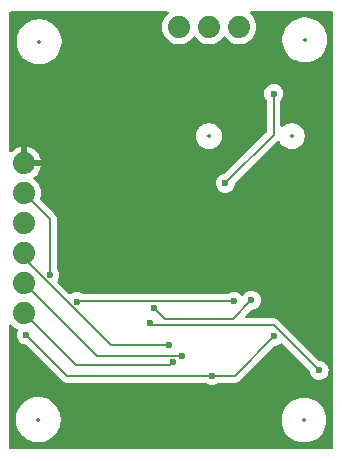
<source format=gbl>
%TF.GenerationSoftware,KiCad,Pcbnew,8.0.8*%
%TF.CreationDate,2025-02-23T18:34:37+05:30*%
%TF.ProjectId,my-template,6d792d74-656d-4706-9c61-74652e6b6963,rev?*%
%TF.SameCoordinates,Original*%
%TF.FileFunction,Copper,L2,Bot*%
%TF.FilePolarity,Positive*%
%FSLAX46Y46*%
G04 Gerber Fmt 4.6, Leading zero omitted, Abs format (unit mm)*
G04 Created by KiCad (PCBNEW 8.0.8) date 2025-02-23 18:34:37*
%MOMM*%
%LPD*%
G01*
G04 APERTURE LIST*
%TA.AperFunction,ComponentPad*%
%ADD10C,1.879600*%
%TD*%
%TA.AperFunction,ViaPad*%
%ADD11C,0.600000*%
%TD*%
%TA.AperFunction,Conductor*%
%ADD12C,0.150000*%
%TD*%
%ADD13C,0.350000*%
G04 APERTURE END LIST*
D10*
%TO.P,J3,1,Pin_1*%
%TO.N,GND*%
X131765100Y-89215000D03*
%TO.P,J3,2,Pin_2*%
%TO.N,+3V3*%
X131765100Y-91755000D03*
%TO.P,J3,3,Pin_3*%
%TO.N,/SIGNAL_OUT*%
X131765100Y-94295000D03*
%TO.P,J3,4,Pin_4*%
%TO.N,/LO-*%
X131765100Y-96835000D03*
%TO.P,J3,5,Pin_5*%
%TO.N,/LO+*%
X131765100Y-99375000D03*
%TO.P,J3,6,Pin_6*%
%TO.N,/SDN*%
X131765100Y-101915000D03*
%TD*%
%TO.P,J1,1,Pin_1*%
%TO.N,/RL*%
X144905100Y-77675000D03*
%TO.P,J1,2,Pin_2*%
%TO.N,/LA*%
X147445100Y-77675000D03*
%TO.P,J1,3,Pin_3*%
%TO.N,/RA*%
X149985100Y-77675000D03*
%TD*%
D11*
%TO.N,/REFOUT*%
X142450700Y-102710000D03*
X156740000Y-106756100D03*
%TO.N,+3V3*%
X147680500Y-107203300D03*
X152948200Y-103866900D03*
X133944382Y-98705718D03*
X131936800Y-103768900D03*
%TO.N,/SW*%
X142791500Y-101462100D03*
X151005100Y-100805000D03*
%TO.N,/RA*%
X152895100Y-83315000D03*
X148795100Y-90915000D03*
%TO.N,/SDN*%
X144370862Y-106048600D03*
%TO.N,/LO-*%
X144016600Y-104602800D03*
%TO.N,/LO+*%
X145108400Y-105523600D03*
%TO.N,/IAOUT*%
X136233600Y-100921400D03*
X149507100Y-100894300D03*
%TD*%
D12*
%TO.N,/REFOUT*%
X142450700Y-102710000D02*
X142659300Y-102918600D01*
X152902500Y-102918600D02*
X156740000Y-106756100D01*
X142659300Y-102918600D02*
X152902500Y-102918600D01*
%TO.N,+3V3*%
X149611800Y-107203300D02*
X147680500Y-107203300D01*
X152948200Y-103866900D02*
X149611800Y-107203300D01*
X133945100Y-93935000D02*
X133945100Y-94975000D01*
X131765100Y-91755000D02*
X133945100Y-93935000D01*
X133945100Y-94975000D02*
X133945100Y-97495000D01*
X147680500Y-107203300D02*
X135371200Y-107203300D01*
X133945100Y-97495000D02*
X133945100Y-98705000D01*
X133945100Y-98705000D02*
X133944382Y-98705718D01*
X135371200Y-107203300D02*
X131936800Y-103768900D01*
%TO.N,/SW*%
X151005100Y-100805000D02*
X149418200Y-102391900D01*
X143721300Y-102391900D02*
X142791500Y-101462100D01*
X149418200Y-102391900D02*
X143721300Y-102391900D01*
%TO.N,/RA*%
X148795100Y-90915000D02*
X152895100Y-86815000D01*
X152895100Y-86815000D02*
X152895100Y-83315000D01*
%TO.N,/SDN*%
X144139962Y-106279500D02*
X136129600Y-106279500D01*
X144370862Y-106048600D02*
X144139962Y-106279500D01*
X136129600Y-106279500D02*
X131765100Y-101915000D01*
%TO.N,/LO-*%
X131765100Y-97268900D02*
X139099000Y-104602800D01*
X131765100Y-96835000D02*
X131765100Y-97268900D01*
X139099000Y-104602800D02*
X144016600Y-104602800D01*
%TO.N,/LO+*%
X137913700Y-105523600D02*
X131765100Y-99375000D01*
X145108400Y-105523600D02*
X137913700Y-105523600D01*
%TO.N,/IAOUT*%
X149507100Y-100894300D02*
X136260700Y-100894300D01*
X136260700Y-100894300D02*
X136233600Y-100921400D01*
%TD*%
%TA.AperFunction,Conductor*%
%TO.N,GND*%
G36*
X143957938Y-76377786D02*
G01*
X144003693Y-76430590D01*
X144013637Y-76499748D01*
X143984612Y-76563304D01*
X143967061Y-76579955D01*
X143926269Y-76611704D01*
X143764606Y-76787317D01*
X143634051Y-76987147D01*
X143538170Y-77205732D01*
X143479575Y-77437118D01*
X143479573Y-77437130D01*
X143459864Y-77674994D01*
X143459864Y-77675005D01*
X143479573Y-77912869D01*
X143479575Y-77912881D01*
X143538170Y-78144267D01*
X143611952Y-78312471D01*
X143634053Y-78362856D01*
X143764606Y-78562682D01*
X143926268Y-78738295D01*
X144114631Y-78884903D01*
X144324555Y-78998509D01*
X144550316Y-79076012D01*
X144785753Y-79115300D01*
X144785754Y-79115300D01*
X145024446Y-79115300D01*
X145024447Y-79115300D01*
X145259884Y-79076012D01*
X145485645Y-78998509D01*
X145695569Y-78884903D01*
X145883932Y-78738295D01*
X146045594Y-78562682D01*
X146071291Y-78523350D01*
X146124437Y-78477993D01*
X146193668Y-78468569D01*
X146257004Y-78498071D01*
X146278909Y-78523350D01*
X146304606Y-78562682D01*
X146466268Y-78738295D01*
X146654631Y-78884903D01*
X146864555Y-78998509D01*
X147090316Y-79076012D01*
X147325753Y-79115300D01*
X147325754Y-79115300D01*
X147564446Y-79115300D01*
X147564447Y-79115300D01*
X147799884Y-79076012D01*
X148025645Y-78998509D01*
X148235569Y-78884903D01*
X148423932Y-78738295D01*
X148585594Y-78562682D01*
X148611291Y-78523350D01*
X148664437Y-78477993D01*
X148733668Y-78468569D01*
X148797004Y-78498071D01*
X148818909Y-78523350D01*
X148844606Y-78562682D01*
X149006268Y-78738295D01*
X149194631Y-78884903D01*
X149404555Y-78998509D01*
X149630316Y-79076012D01*
X149865753Y-79115300D01*
X149865754Y-79115300D01*
X150104446Y-79115300D01*
X150104447Y-79115300D01*
X150339884Y-79076012D01*
X150565645Y-78998509D01*
X150775569Y-78884903D01*
X150963932Y-78738295D01*
X151054073Y-78640375D01*
X153633600Y-78640375D01*
X153633600Y-78889624D01*
X153633601Y-78889641D01*
X153666134Y-79136756D01*
X153730649Y-79377529D01*
X153826031Y-79607804D01*
X153826038Y-79607819D01*
X153950667Y-79823683D01*
X154102407Y-80021434D01*
X154102413Y-80021441D01*
X154278658Y-80197686D01*
X154278665Y-80197692D01*
X154476416Y-80349432D01*
X154692280Y-80474061D01*
X154692295Y-80474068D01*
X154777672Y-80509432D01*
X154922571Y-80569451D01*
X155163340Y-80633965D01*
X155410469Y-80666500D01*
X155410476Y-80666500D01*
X155659724Y-80666500D01*
X155659731Y-80666500D01*
X155906860Y-80633965D01*
X156147629Y-80569451D01*
X156377916Y-80474063D01*
X156593784Y-80349432D01*
X156791536Y-80197691D01*
X156967791Y-80021436D01*
X157119532Y-79823684D01*
X157244163Y-79607816D01*
X157339551Y-79377529D01*
X157404065Y-79136760D01*
X157436600Y-78889631D01*
X157436600Y-78640369D01*
X157404065Y-78393240D01*
X157339551Y-78152471D01*
X157244163Y-77922184D01*
X157119532Y-77706316D01*
X156967791Y-77508564D01*
X156967786Y-77508558D01*
X156791541Y-77332313D01*
X156791534Y-77332307D01*
X156593783Y-77180567D01*
X156377919Y-77055938D01*
X156377904Y-77055931D01*
X156147629Y-76960549D01*
X155906856Y-76896034D01*
X155659741Y-76863501D01*
X155659736Y-76863500D01*
X155659731Y-76863500D01*
X155410469Y-76863500D01*
X155410463Y-76863500D01*
X155410458Y-76863501D01*
X155163343Y-76896034D01*
X154922570Y-76960549D01*
X154692295Y-77055931D01*
X154692280Y-77055938D01*
X154476416Y-77180567D01*
X154278665Y-77332307D01*
X154278658Y-77332313D01*
X154102413Y-77508558D01*
X154102407Y-77508565D01*
X153950667Y-77706316D01*
X153826038Y-77922180D01*
X153826031Y-77922195D01*
X153730649Y-78152470D01*
X153666134Y-78393243D01*
X153633601Y-78640358D01*
X153633600Y-78640375D01*
X151054073Y-78640375D01*
X151125594Y-78562682D01*
X151256147Y-78362856D01*
X151352029Y-78144267D01*
X151410625Y-77912878D01*
X151430336Y-77675000D01*
X151429802Y-77668558D01*
X151410626Y-77437130D01*
X151410624Y-77437118D01*
X151352029Y-77205732D01*
X151286320Y-77055931D01*
X151256147Y-76987144D01*
X151125594Y-76787318D01*
X150963932Y-76611705D01*
X150923138Y-76579954D01*
X150882326Y-76523244D01*
X150878651Y-76453471D01*
X150913282Y-76392788D01*
X150975224Y-76360461D01*
X150999301Y-76358101D01*
X157805500Y-76358101D01*
X157872539Y-76377786D01*
X157918294Y-76430590D01*
X157929500Y-76482101D01*
X157929500Y-113293101D01*
X157909815Y-113360140D01*
X157857011Y-113405895D01*
X157805500Y-113417101D01*
X130614500Y-113417101D01*
X130547461Y-113397416D01*
X130501706Y-113344612D01*
X130490500Y-113293101D01*
X130490500Y-110790375D01*
X131063600Y-110790375D01*
X131063600Y-111039624D01*
X131063601Y-111039641D01*
X131096134Y-111286756D01*
X131160649Y-111527529D01*
X131256031Y-111757804D01*
X131256038Y-111757819D01*
X131380667Y-111973683D01*
X131532407Y-112171434D01*
X131532413Y-112171441D01*
X131708658Y-112347686D01*
X131708665Y-112347692D01*
X131906416Y-112499432D01*
X132122280Y-112624061D01*
X132122295Y-112624068D01*
X132218848Y-112664061D01*
X132352571Y-112719451D01*
X132593340Y-112783965D01*
X132840469Y-112816500D01*
X132840476Y-112816500D01*
X133089724Y-112816500D01*
X133089731Y-112816500D01*
X133336860Y-112783965D01*
X133577629Y-112719451D01*
X133807916Y-112624063D01*
X134023784Y-112499432D01*
X134221536Y-112347691D01*
X134397791Y-112171436D01*
X134549532Y-111973684D01*
X134674163Y-111757816D01*
X134769551Y-111527529D01*
X134834065Y-111286760D01*
X134866600Y-111039631D01*
X134866600Y-110830375D01*
X153563600Y-110830375D01*
X153563600Y-111079624D01*
X153563601Y-111079641D01*
X153596134Y-111326756D01*
X153660649Y-111567529D01*
X153756031Y-111797804D01*
X153756038Y-111797819D01*
X153880667Y-112013683D01*
X154032407Y-112211434D01*
X154032413Y-112211441D01*
X154208658Y-112387686D01*
X154208665Y-112387692D01*
X154406416Y-112539432D01*
X154622280Y-112664061D01*
X154622295Y-112664068D01*
X154721535Y-112705174D01*
X154852571Y-112759451D01*
X155093340Y-112823965D01*
X155340469Y-112856500D01*
X155340476Y-112856500D01*
X155589724Y-112856500D01*
X155589731Y-112856500D01*
X155836860Y-112823965D01*
X156077629Y-112759451D01*
X156307916Y-112664063D01*
X156523784Y-112539432D01*
X156721536Y-112387691D01*
X156897791Y-112211436D01*
X157049532Y-112013684D01*
X157174163Y-111797816D01*
X157269551Y-111567529D01*
X157334065Y-111326760D01*
X157366600Y-111079631D01*
X157366600Y-110830369D01*
X157334065Y-110583240D01*
X157269551Y-110342471D01*
X157174163Y-110112184D01*
X157151075Y-110072195D01*
X157049532Y-109896316D01*
X156897792Y-109698565D01*
X156897786Y-109698558D01*
X156721541Y-109522313D01*
X156721534Y-109522307D01*
X156523783Y-109370567D01*
X156307919Y-109245938D01*
X156307904Y-109245931D01*
X156077629Y-109150549D01*
X155836856Y-109086034D01*
X155589741Y-109053501D01*
X155589736Y-109053500D01*
X155589731Y-109053500D01*
X155340469Y-109053500D01*
X155340463Y-109053500D01*
X155340458Y-109053501D01*
X155093343Y-109086034D01*
X154852570Y-109150549D01*
X154622295Y-109245931D01*
X154622280Y-109245938D01*
X154406416Y-109370567D01*
X154208665Y-109522307D01*
X154208658Y-109522313D01*
X154032413Y-109698558D01*
X154032407Y-109698565D01*
X153880667Y-109896316D01*
X153756038Y-110112180D01*
X153756031Y-110112195D01*
X153660649Y-110342470D01*
X153596134Y-110583243D01*
X153563601Y-110830358D01*
X153563600Y-110830375D01*
X134866600Y-110830375D01*
X134866600Y-110790369D01*
X134834065Y-110543240D01*
X134769551Y-110302471D01*
X134674163Y-110072184D01*
X134549532Y-109856316D01*
X134397791Y-109658564D01*
X134397786Y-109658558D01*
X134221541Y-109482313D01*
X134221534Y-109482307D01*
X134023783Y-109330567D01*
X133807919Y-109205938D01*
X133807904Y-109205931D01*
X133577629Y-109110549D01*
X133364723Y-109053501D01*
X133336860Y-109046035D01*
X133336859Y-109046034D01*
X133336856Y-109046034D01*
X133089741Y-109013501D01*
X133089736Y-109013500D01*
X133089731Y-109013500D01*
X132840469Y-109013500D01*
X132840463Y-109013500D01*
X132840458Y-109013501D01*
X132593343Y-109046034D01*
X132352570Y-109110549D01*
X132122295Y-109205931D01*
X132122280Y-109205938D01*
X131906416Y-109330567D01*
X131708665Y-109482307D01*
X131708658Y-109482313D01*
X131532413Y-109658558D01*
X131532407Y-109658565D01*
X131380667Y-109856316D01*
X131256038Y-110072180D01*
X131256031Y-110072195D01*
X131160649Y-110302470D01*
X131096134Y-110543243D01*
X131063601Y-110790358D01*
X131063600Y-110790375D01*
X130490500Y-110790375D01*
X130490500Y-102974789D01*
X130510185Y-102907750D01*
X130562989Y-102861995D01*
X130632147Y-102852051D01*
X130695703Y-102881076D01*
X130705723Y-102890799D01*
X130786268Y-102978295D01*
X130974630Y-103124902D01*
X130974637Y-103124907D01*
X131172727Y-103232109D01*
X131222317Y-103281328D01*
X131237425Y-103349545D01*
X131218706Y-103407130D01*
X131211009Y-103419379D01*
X131151433Y-103589637D01*
X131151430Y-103589650D01*
X131131235Y-103768896D01*
X131131235Y-103768903D01*
X131151430Y-103948149D01*
X131151431Y-103948154D01*
X131211011Y-104118423D01*
X131295745Y-104253276D01*
X131306984Y-104271162D01*
X131434538Y-104398716D01*
X131587278Y-104494689D01*
X131757545Y-104554268D01*
X131757550Y-104554269D01*
X131884312Y-104568551D01*
X131948726Y-104595617D01*
X131958110Y-104604090D01*
X135017835Y-107663815D01*
X135149065Y-107739581D01*
X135295433Y-107778800D01*
X135295434Y-107778800D01*
X147072560Y-107778800D01*
X147139599Y-107798485D01*
X147160241Y-107815119D01*
X147178238Y-107833116D01*
X147330978Y-107929089D01*
X147501245Y-107988668D01*
X147501250Y-107988669D01*
X147680496Y-108008865D01*
X147680500Y-108008865D01*
X147680504Y-108008865D01*
X147859749Y-107988669D01*
X147859752Y-107988668D01*
X147859755Y-107988668D01*
X148030022Y-107929089D01*
X148182762Y-107833116D01*
X148200759Y-107815119D01*
X148262082Y-107781634D01*
X148288440Y-107778800D01*
X149687564Y-107778800D01*
X149687566Y-107778800D01*
X149833935Y-107739581D01*
X149965165Y-107663815D01*
X152926890Y-104702088D01*
X152988211Y-104668605D01*
X153000683Y-104666551D01*
X153025410Y-104663765D01*
X153127450Y-104652269D01*
X153127453Y-104652268D01*
X153127455Y-104652268D01*
X153297722Y-104592689D01*
X153450462Y-104496716D01*
X153470918Y-104476260D01*
X153532241Y-104442775D01*
X153601933Y-104447759D01*
X153646280Y-104476260D01*
X155904808Y-106734788D01*
X155938293Y-106796111D01*
X155940347Y-106808585D01*
X155954630Y-106935349D01*
X156014210Y-107105621D01*
X156110184Y-107258362D01*
X156237738Y-107385916D01*
X156390478Y-107481889D01*
X156560745Y-107541468D01*
X156560750Y-107541469D01*
X156739996Y-107561665D01*
X156740000Y-107561665D01*
X156740004Y-107561665D01*
X156919249Y-107541469D01*
X156919252Y-107541468D01*
X156919255Y-107541468D01*
X157089522Y-107481889D01*
X157242262Y-107385916D01*
X157369816Y-107258362D01*
X157465789Y-107105622D01*
X157525368Y-106935355D01*
X157525369Y-106935349D01*
X157545565Y-106756103D01*
X157545565Y-106756096D01*
X157525369Y-106576850D01*
X157525368Y-106576845D01*
X157493633Y-106486153D01*
X157465789Y-106406578D01*
X157369816Y-106253838D01*
X157242262Y-106126284D01*
X157089521Y-106030310D01*
X156919249Y-105970730D01*
X156792485Y-105956447D01*
X156728071Y-105929380D01*
X156718688Y-105920908D01*
X153255867Y-102458087D01*
X153255865Y-102458085D01*
X153190250Y-102420202D01*
X153124636Y-102382319D01*
X153043115Y-102360476D01*
X152978266Y-102343100D01*
X152978265Y-102343100D01*
X150580242Y-102343100D01*
X150513203Y-102323415D01*
X150467448Y-102270611D01*
X150457504Y-102201453D01*
X150486529Y-102137897D01*
X150492561Y-102131419D01*
X150606674Y-102017306D01*
X150983790Y-101640188D01*
X151045111Y-101606705D01*
X151057583Y-101604651D01*
X151082310Y-101601865D01*
X151184350Y-101590369D01*
X151184353Y-101590368D01*
X151184355Y-101590368D01*
X151354622Y-101530789D01*
X151507362Y-101434816D01*
X151634916Y-101307262D01*
X151730889Y-101154522D01*
X151790468Y-100984255D01*
X151791727Y-100973083D01*
X151810665Y-100805003D01*
X151810665Y-100804996D01*
X151790469Y-100625750D01*
X151790468Y-100625745D01*
X151730888Y-100455476D01*
X151645008Y-100318800D01*
X151634916Y-100302738D01*
X151507362Y-100175184D01*
X151445052Y-100136032D01*
X151354623Y-100079211D01*
X151184354Y-100019631D01*
X151184349Y-100019630D01*
X151005104Y-99999435D01*
X151005096Y-99999435D01*
X150825850Y-100019630D01*
X150825845Y-100019631D01*
X150655576Y-100079211D01*
X150502837Y-100175184D01*
X150375282Y-100302739D01*
X150331569Y-100372309D01*
X150279235Y-100418599D01*
X150210181Y-100429247D01*
X150146333Y-100400872D01*
X150138895Y-100394017D01*
X150009362Y-100264484D01*
X149856623Y-100168511D01*
X149686354Y-100108931D01*
X149686349Y-100108930D01*
X149507104Y-100088735D01*
X149507096Y-100088735D01*
X149327850Y-100108930D01*
X149327845Y-100108931D01*
X149157576Y-100168511D01*
X149004837Y-100264484D01*
X148986841Y-100282481D01*
X148925518Y-100315966D01*
X148899160Y-100318800D01*
X136813379Y-100318800D01*
X136746340Y-100299115D01*
X136736066Y-100291746D01*
X136735867Y-100291587D01*
X136583123Y-100195611D01*
X136412854Y-100136031D01*
X136412849Y-100136030D01*
X136233604Y-100115835D01*
X136233596Y-100115835D01*
X136054350Y-100136030D01*
X136054345Y-100136031D01*
X135884076Y-100195611D01*
X135735431Y-100289011D01*
X135668194Y-100308011D01*
X135601359Y-100287643D01*
X135581778Y-100271698D01*
X134622459Y-99312379D01*
X134588974Y-99251056D01*
X134593958Y-99181364D01*
X134605147Y-99158726D01*
X134670169Y-99055244D01*
X134670169Y-99055242D01*
X134670171Y-99055240D01*
X134729750Y-98884973D01*
X134749947Y-98705718D01*
X134747854Y-98687144D01*
X134729751Y-98526468D01*
X134729750Y-98526463D01*
X134670170Y-98356194D01*
X134574197Y-98203455D01*
X134556919Y-98186177D01*
X134523434Y-98124854D01*
X134520600Y-98098496D01*
X134520600Y-93859236D01*
X134520600Y-93859234D01*
X134481381Y-93712865D01*
X134405615Y-93581635D01*
X134298465Y-93474485D01*
X133164920Y-92340940D01*
X133131435Y-92279617D01*
X133132396Y-92222818D01*
X133190622Y-91992890D01*
X133190622Y-91992889D01*
X133190625Y-91992878D01*
X133210336Y-91755000D01*
X133205809Y-91700369D01*
X133190626Y-91517130D01*
X133190624Y-91517118D01*
X133132029Y-91285732D01*
X133048039Y-91094255D01*
X133036147Y-91067144D01*
X132936744Y-90914996D01*
X147989535Y-90914996D01*
X147989535Y-90915003D01*
X148009730Y-91094249D01*
X148009731Y-91094254D01*
X148069311Y-91264523D01*
X148165284Y-91417262D01*
X148292838Y-91544816D01*
X148445578Y-91640789D01*
X148615845Y-91700368D01*
X148615850Y-91700369D01*
X148795096Y-91720565D01*
X148795100Y-91720565D01*
X148795104Y-91720565D01*
X148974349Y-91700369D01*
X148974352Y-91700368D01*
X148974355Y-91700368D01*
X149144622Y-91640789D01*
X149297362Y-91544816D01*
X149424916Y-91417262D01*
X149520889Y-91264522D01*
X149580468Y-91094255D01*
X149583523Y-91067147D01*
X149594751Y-90967486D01*
X149621817Y-90903072D01*
X149630280Y-90893698D01*
X153200728Y-87323250D01*
X153262049Y-87289767D01*
X153331741Y-87294751D01*
X153387674Y-87336623D01*
X153398891Y-87354637D01*
X153473868Y-87501788D01*
X153575686Y-87641928D01*
X153698172Y-87764414D01*
X153838312Y-87866232D01*
X153992655Y-87944873D01*
X154157399Y-87998402D01*
X154328489Y-88025500D01*
X154328490Y-88025500D01*
X154501710Y-88025500D01*
X154501711Y-88025500D01*
X154672801Y-87998402D01*
X154837545Y-87944873D01*
X154991888Y-87866232D01*
X155132028Y-87764414D01*
X155254514Y-87641928D01*
X155356332Y-87501788D01*
X155434973Y-87347445D01*
X155488502Y-87182701D01*
X155515600Y-87011611D01*
X155515600Y-86838389D01*
X155488502Y-86667299D01*
X155434973Y-86502555D01*
X155356332Y-86348212D01*
X155254514Y-86208072D01*
X155132028Y-86085586D01*
X154991888Y-85983768D01*
X154837545Y-85905127D01*
X154672801Y-85851598D01*
X154672799Y-85851597D01*
X154672798Y-85851597D01*
X154541371Y-85830781D01*
X154501711Y-85824500D01*
X154328489Y-85824500D01*
X154288828Y-85830781D01*
X154157402Y-85851597D01*
X153992652Y-85905128D01*
X153838311Y-85983768D01*
X153758356Y-86041859D01*
X153698172Y-86085586D01*
X153698170Y-86085588D01*
X153698169Y-86085588D01*
X153682281Y-86101477D01*
X153620958Y-86134962D01*
X153551266Y-86129978D01*
X153495333Y-86088106D01*
X153470916Y-86022642D01*
X153470600Y-86013796D01*
X153470600Y-83922940D01*
X153490285Y-83855901D01*
X153506919Y-83835259D01*
X153524916Y-83817262D01*
X153620889Y-83664522D01*
X153680468Y-83494255D01*
X153700665Y-83315000D01*
X153680468Y-83135745D01*
X153620889Y-82965478D01*
X153524916Y-82812738D01*
X153397362Y-82685184D01*
X153244623Y-82589211D01*
X153074354Y-82529631D01*
X153074349Y-82529630D01*
X152895104Y-82509435D01*
X152895096Y-82509435D01*
X152715850Y-82529630D01*
X152715845Y-82529631D01*
X152545576Y-82589211D01*
X152392837Y-82685184D01*
X152265284Y-82812737D01*
X152169311Y-82965476D01*
X152109731Y-83135745D01*
X152109730Y-83135750D01*
X152089535Y-83314996D01*
X152089535Y-83315003D01*
X152109730Y-83494249D01*
X152109731Y-83494254D01*
X152169311Y-83664523D01*
X152265284Y-83817262D01*
X152283281Y-83835259D01*
X152316766Y-83896582D01*
X152319600Y-83922940D01*
X152319600Y-86525257D01*
X152299915Y-86592296D01*
X152283281Y-86612938D01*
X148816410Y-90079808D01*
X148755087Y-90113293D01*
X148742613Y-90115347D01*
X148615850Y-90129630D01*
X148445578Y-90189210D01*
X148292837Y-90285184D01*
X148165284Y-90412737D01*
X148069311Y-90565476D01*
X148009731Y-90735745D01*
X148009730Y-90735750D01*
X147989535Y-90914996D01*
X132936744Y-90914996D01*
X132905594Y-90867318D01*
X132743932Y-90691705D01*
X132603671Y-90582536D01*
X132562859Y-90525826D01*
X132559184Y-90456053D01*
X132593815Y-90395370D01*
X132603672Y-90386829D01*
X132743592Y-90277925D01*
X132743595Y-90277922D01*
X132905192Y-90102383D01*
X132905200Y-90102372D01*
X133035706Y-89902619D01*
X133131555Y-89684103D01*
X133187040Y-89465000D01*
X132111510Y-89465000D01*
X132161137Y-89379044D01*
X132190100Y-89270952D01*
X132190100Y-89159048D01*
X132161137Y-89050956D01*
X132111510Y-88965000D01*
X133187040Y-88965000D01*
X133131555Y-88745896D01*
X133035706Y-88527380D01*
X132905200Y-88327627D01*
X132905192Y-88327616D01*
X132743595Y-88152077D01*
X132743585Y-88152068D01*
X132555298Y-88005518D01*
X132555289Y-88005512D01*
X132345449Y-87891953D01*
X132345439Y-87891948D01*
X132119763Y-87814474D01*
X132015100Y-87797009D01*
X132015100Y-88868590D01*
X131929144Y-88818963D01*
X131821052Y-88790000D01*
X131709148Y-88790000D01*
X131601056Y-88818963D01*
X131515100Y-88868590D01*
X131515100Y-87797009D01*
X131515099Y-87797009D01*
X131410436Y-87814474D01*
X131184760Y-87891948D01*
X131184750Y-87891953D01*
X130974910Y-88005512D01*
X130974901Y-88005518D01*
X130786614Y-88152068D01*
X130786610Y-88152072D01*
X130705729Y-88239931D01*
X130645842Y-88275921D01*
X130576004Y-88273820D01*
X130518388Y-88234295D01*
X130491287Y-88169896D01*
X130490500Y-88155947D01*
X130490500Y-86838389D01*
X146314600Y-86838389D01*
X146314600Y-87011610D01*
X146341640Y-87182339D01*
X146341698Y-87182701D01*
X146395227Y-87347445D01*
X146473868Y-87501788D01*
X146575686Y-87641928D01*
X146698172Y-87764414D01*
X146838312Y-87866232D01*
X146992655Y-87944873D01*
X147157399Y-87998402D01*
X147328489Y-88025500D01*
X147328490Y-88025500D01*
X147501710Y-88025500D01*
X147501711Y-88025500D01*
X147672801Y-87998402D01*
X147837545Y-87944873D01*
X147991888Y-87866232D01*
X148132028Y-87764414D01*
X148254514Y-87641928D01*
X148356332Y-87501788D01*
X148434973Y-87347445D01*
X148488502Y-87182701D01*
X148515600Y-87011611D01*
X148515600Y-86838389D01*
X148488502Y-86667299D01*
X148434973Y-86502555D01*
X148356332Y-86348212D01*
X148254514Y-86208072D01*
X148132028Y-86085586D01*
X147991888Y-85983768D01*
X147837545Y-85905127D01*
X147672801Y-85851598D01*
X147672799Y-85851597D01*
X147672798Y-85851597D01*
X147541371Y-85830781D01*
X147501711Y-85824500D01*
X147328489Y-85824500D01*
X147288828Y-85830781D01*
X147157402Y-85851597D01*
X146992652Y-85905128D01*
X146838311Y-85983768D01*
X146758356Y-86041859D01*
X146698172Y-86085586D01*
X146698170Y-86085588D01*
X146698169Y-86085588D01*
X146575688Y-86208069D01*
X146575688Y-86208070D01*
X146575686Y-86208072D01*
X146531959Y-86268256D01*
X146473868Y-86348211D01*
X146395228Y-86502552D01*
X146341697Y-86667302D01*
X146314600Y-86838389D01*
X130490500Y-86838389D01*
X130490500Y-78800375D01*
X131133600Y-78800375D01*
X131133600Y-79049624D01*
X131133601Y-79049641D01*
X131166134Y-79296756D01*
X131230649Y-79537529D01*
X131326031Y-79767804D01*
X131326038Y-79767819D01*
X131450667Y-79983683D01*
X131602407Y-80181434D01*
X131602413Y-80181441D01*
X131778658Y-80357686D01*
X131778665Y-80357692D01*
X131976416Y-80509432D01*
X132192280Y-80634061D01*
X132192295Y-80634068D01*
X132270589Y-80666498D01*
X132422571Y-80729451D01*
X132663340Y-80793965D01*
X132910469Y-80826500D01*
X132910476Y-80826500D01*
X133159724Y-80826500D01*
X133159731Y-80826500D01*
X133406860Y-80793965D01*
X133647629Y-80729451D01*
X133877916Y-80634063D01*
X134093784Y-80509432D01*
X134291536Y-80357691D01*
X134467791Y-80181436D01*
X134619532Y-79983684D01*
X134744163Y-79767816D01*
X134839551Y-79537529D01*
X134904065Y-79296760D01*
X134936600Y-79049631D01*
X134936600Y-78800369D01*
X134904065Y-78553240D01*
X134839551Y-78312471D01*
X134773277Y-78152471D01*
X134744168Y-78082195D01*
X134744161Y-78082180D01*
X134619532Y-77866316D01*
X134467792Y-77668565D01*
X134467786Y-77668558D01*
X134291541Y-77492313D01*
X134291534Y-77492307D01*
X134093783Y-77340567D01*
X133877919Y-77215938D01*
X133877904Y-77215931D01*
X133647629Y-77120549D01*
X133406856Y-77056034D01*
X133159741Y-77023501D01*
X133159736Y-77023500D01*
X133159731Y-77023500D01*
X132910469Y-77023500D01*
X132910463Y-77023500D01*
X132910458Y-77023501D01*
X132663343Y-77056034D01*
X132422570Y-77120549D01*
X132192295Y-77215931D01*
X132192280Y-77215938D01*
X131976416Y-77340567D01*
X131778665Y-77492307D01*
X131778658Y-77492313D01*
X131602413Y-77668558D01*
X131602407Y-77668565D01*
X131450667Y-77866316D01*
X131326038Y-78082180D01*
X131326031Y-78082195D01*
X131230649Y-78312470D01*
X131166134Y-78553243D01*
X131133601Y-78800358D01*
X131133600Y-78800375D01*
X130490500Y-78800375D01*
X130490500Y-76482101D01*
X130510185Y-76415062D01*
X130562989Y-76369307D01*
X130614500Y-76358101D01*
X143890899Y-76358101D01*
X143957938Y-76377786D01*
G37*
%TD.AperFunction*%
%TD*%
D13*
X142450700Y-102710000D03*
X156740000Y-106756100D03*
X147680500Y-107203300D03*
X152948200Y-103866900D03*
X133944382Y-98705718D03*
X131936800Y-103768900D03*
X142791500Y-101462100D03*
X151005100Y-100805000D03*
X152895100Y-83315000D03*
X148795100Y-90915000D03*
X144370862Y-106048600D03*
X144016600Y-104602800D03*
X145108400Y-105523600D03*
X136233600Y-100921400D03*
X149507100Y-100894300D03*
X155535100Y-78765000D03*
X131765100Y-89215000D03*
X131765100Y-91755000D03*
X131765100Y-94295000D03*
X131765100Y-96835000D03*
X131765100Y-99375000D03*
X131765100Y-101915000D03*
X133035100Y-78925000D03*
X154415100Y-86925000D03*
X147415100Y-86925000D03*
X144905100Y-77675000D03*
X147445100Y-77675000D03*
X149985100Y-77675000D03*
X132965100Y-110915000D03*
X155465100Y-110955000D03*
M02*

</source>
